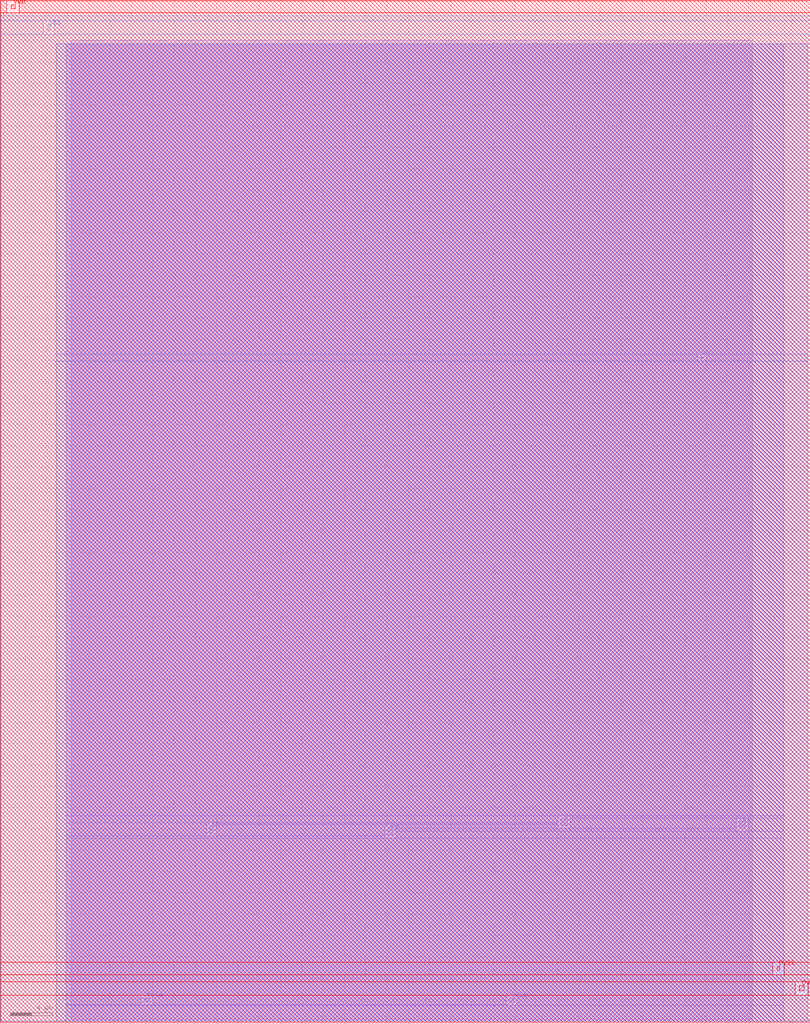
<source format=lef>
VERSION 5.7 ;
  NOWIREEXTENSIONATPIN ON ;
  DIVIDERCHAR "/" ;
  BUSBITCHARS "[]" ;
MACRO EF_R2RVC02
  CLASS BLOCK ;
  FOREIGN EF_R2RVC02 ;
  ORIGIN 6.335 40.265 ;
  SIZE 76.095 BY 96.105 ;
  PIN vo
    ANTENNADIFFAREA 0.492900 ;
    PORT
      LAYER met2 ;
        RECT 59.480 22.190 59.700 22.320 ;
    END
  END vo
  PIN B2
    ANTENNADIFFAREA 2.610000 ;
    PORT
      LAYER met1 ;
        RECT 63.110 -21.940 63.650 -21.250 ;
    END
  END B2
  PIN B1
    ANTENNADIFFAREA 2.610000 ;
    PORT
      LAYER met1 ;
        RECT 46.320 -21.650 46.950 -21.050 ;
    END
  END B1
  PIN A2
    ANTENNADIFFAREA 2.610000 ;
    PORT
      LAYER met1 ;
        RECT 30.100 -22.570 30.560 -21.850 ;
    END
  END A2
  PIN A1
    ANTENNADIFFAREA 2.610000 ;
    PORT
      LAYER met1 ;
        RECT 13.310 -22.370 13.660 -21.680 ;
    END
  END A1
  PIN SELB
    ANTENNAGATEAREA 2.502000 ;
    PORT
      LAYER met1 ;
        RECT 41.490 -38.270 41.920 -37.890 ;
    END
  END SELB
  PIN SELA
    ANTENNAGATEAREA 2.502000 ;
    PORT
      LAYER met1 ;
        RECT 7.160 -38.210 7.710 -37.870 ;
    END
  END SELA
  PIN DVSS
    ANTENNADIFFAREA 107.239799 ;
    PORT
      LAYER met4 ;
        RECT 66.650 -35.270 66.910 -34.880 ;
    END
  END DVSS
  PIN DVDD
    ANTENNADIFFAREA 7.633700 ;
    PORT
      LAYER met4 ;
        RECT 68.730 -37.200 69.180 -36.730 ;
    END
  END DVDD
  PIN VSS
    ANTENNAGATEAREA 130.000000 ;
    ANTENNADIFFAREA 263.488281 ;
    PORT
      LAYER met3 ;
        RECT -1.880 53.010 -1.650 53.500 ;
    END
  END VSS
  PIN VDD
    ANTENNAGATEAREA 100.000000 ;
    ANTENNADIFFAREA 433.882782 ;
    PORT
      LAYER met4 ;
        RECT -5.320 55.040 -4.940 55.380 ;
    END
  END VDD
  OBS
      LAYER li1 ;
        RECT 0.330 -39.890 64.300 52.065 ;
      LAYER met1 ;
        RECT -0.130 -20.770 67.280 51.750 ;
        RECT -0.130 -21.400 46.040 -20.770 ;
        RECT -0.130 -22.650 13.030 -21.400 ;
        RECT 13.940 -21.570 46.040 -21.400 ;
        RECT 13.940 -22.650 29.820 -21.570 ;
        RECT -0.130 -22.850 29.820 -22.650 ;
        RECT 30.840 -21.930 46.040 -21.570 ;
        RECT 47.230 -20.970 67.280 -20.770 ;
        RECT 47.230 -21.930 62.830 -20.970 ;
        RECT 30.840 -22.220 62.830 -21.930 ;
        RECT 63.930 -22.220 67.280 -20.970 ;
        RECT 30.840 -22.850 67.280 -22.220 ;
        RECT -0.130 -37.590 67.280 -22.850 ;
        RECT -0.130 -38.490 6.880 -37.590 ;
        RECT 7.990 -37.610 67.280 -37.590 ;
        RECT 7.990 -38.490 41.210 -37.610 ;
        RECT -0.130 -38.550 41.210 -38.490 ;
        RECT 42.200 -38.550 67.280 -37.610 ;
        RECT -0.130 -40.050 67.280 -38.550 ;
      LAYER met2 ;
        RECT -1.080 22.600 69.520 51.750 ;
        RECT -1.080 21.910 59.200 22.600 ;
        RECT 59.980 21.910 69.520 22.600 ;
        RECT -1.080 -40.050 69.520 21.910 ;
      LAYER met3 ;
        RECT -6.335 53.900 69.760 54.380 ;
        RECT -6.335 52.610 -2.280 53.900 ;
        RECT -1.250 52.610 69.760 53.900 ;
        RECT -6.335 -40.050 69.760 52.610 ;
      LAYER met4 ;
        RECT -6.310 55.780 69.760 55.840 ;
        RECT -6.310 54.640 -5.720 55.780 ;
        RECT -4.540 54.640 69.760 55.780 ;
        RECT -6.310 -34.480 69.760 54.640 ;
        RECT -6.310 -35.670 66.250 -34.480 ;
        RECT 67.310 -35.670 69.760 -34.480 ;
        RECT -6.310 -36.330 69.760 -35.670 ;
        RECT -6.310 -37.600 68.330 -36.330 ;
        RECT 69.580 -37.600 69.760 -36.330 ;
        RECT -6.310 -40.150 69.760 -37.600 ;
  END
END EF_R2RVC02
END LIBRARY


</source>
